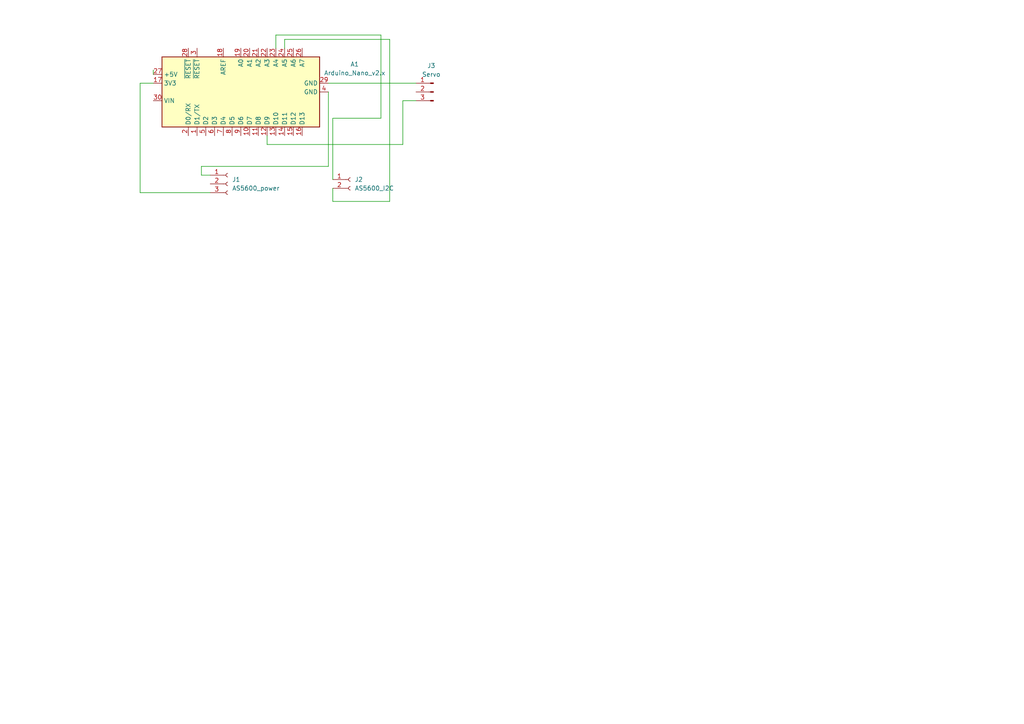
<source format=kicad_sch>
(kicad_sch (version 20231120) (generator "eeschema") (generator_version "8.0")
  (paper "A4")
  (lib_symbols
    (symbol "Connector:Conn_01x02_Socket" (pin_names (offset 1.016) hide)
      (property "Reference" "J" (at 0 2.54 0))
      (property "Value" "Conn_01x02_Socket" (at 0 -5.08 0))
      (symbol "Conn_01x02_Socket_1_1"
        (arc (start 0 -2.032) (mid -0.5058 -2.54) (end 0 -3.048) (stroke (width 0.1524)))
        (polyline (pts (xy -1.27 -2.54) (xy -0.508 -2.54)) (stroke (width 0.1524)))
        (polyline (pts (xy -1.27 0) (xy -0.508 0)) (stroke (width 0.1524)))
        (arc (start 0 0.508) (mid -0.5058 0) (end 0 -0.508) (stroke (width 0.1524)))
        (pin passive line (at -5.08 0 0) (length 3.81) (name "Pin_1") (number "1"))
        (pin passive line (at -5.08 -2.54 0) (length 3.81) (name "Pin_2") (number "2"))
      )
    )
    (symbol "Connector:Conn_01x03_Pin" (pin_names (offset 1.016) hide)
      (property "Reference" "J" (at 0 5.08 0))
      (property "Value" "Conn_01x03_Pin" (at 0 -5.08 0))
      (symbol "Conn_01x03_Pin_1_1"
        (polyline (pts (xy 1.27 -2.54) (xy 0.8636 -2.54)) (stroke (width 0.1524)))
        (polyline (pts (xy 1.27 0) (xy 0.8636 0)) (stroke (width 0.1524)))
        (polyline (pts (xy 1.27 2.54) (xy 0.8636 2.54)) (stroke (width 0.1524)))
        (rectangle (start 0.8636 -2.413) (end 0 -2.667) (stroke (width 0.1524)) (fill (type outline)))
        (rectangle (start 0.8636 0.127) (end 0 -0.127) (stroke (width 0.1524)) (fill (type outline)))
        (rectangle (start 0.8636 2.667) (end 0 2.413) (stroke (width 0.1524)) (fill (type outline)))
        (pin passive line (at 5.08 2.54 180) (length 3.81) (name "Pin_1") (number "1"))
        (pin passive line (at 5.08 0 180) (length 3.81) (name "Pin_2") (number "2"))
        (pin passive line (at 5.08 -2.54 180) (length 3.81) (name "Pin_3") (number "3"))
      )
    )
    (symbol "Connector:Conn_01x03_Socket" (pin_names (offset 1.016) hide)
      (property "Reference" "J" (at 0 5.08 0))
      (property "Value" "Conn_01x03_Socket" (at 0 -5.08 0))
      (symbol "Conn_01x03_Socket_1_1"
        (arc (start 0 -2.032) (mid -0.5058 -2.54) (end 0 -3.048) (stroke (width 0.1524)))
        (polyline (pts (xy -1.27 -2.54) (xy -0.508 -2.54)) (stroke (width 0.1524)))
        (polyline (pts (xy -1.27 0) (xy -0.508 0)) (stroke (width 0.1524)))
        (polyline (pts (xy -1.27 2.54) (xy -0.508 2.54)) (stroke (width 0.1524)))
        (arc (start 0 0.508) (mid -0.5058 0) (end 0 -0.508) (stroke (width 0.1524)))
        (arc (start 0 3.048) (mid -0.5058 2.54) (end 0 2.032) (stroke (width 0.1524)))
        (pin passive line (at -5.08 2.54 0) (length 3.81) (name "Pin_1") (number "1"))
        (pin passive line (at -5.08 0 0) (length 3.81) (name "Pin_2") (number "2"))
        (pin passive line (at -5.08 -2.54 0) (length 3.81) (name "Pin_3") (number "3"))
      )
    )
    (symbol "MCU_Module:Arduino_Nano_v2.x"
      (property "Reference" "A" (at -10.16 23.495 0))
      (property "Value" "Arduino_Nano_v2.x" (at 5.08 -24.13 0))
      (symbol "Arduino_Nano_v2.x_0_1"
        (rectangle (start -10.16 22.86) (end 10.16 -22.86) (stroke (width 0.254)) (fill (type background)))
      )
      (symbol "Arduino_Nano_v2.x_1_1"
        (pin bidirectional line (at -12.7 12.7 0) (length 2.54) (name "D1/TX") (number "1"))
        (pin bidirectional line (at -12.7 -2.54 0) (length 2.54) (name "D7") (number "10"))
        (pin bidirectional line (at -12.7 -5.08 0) (length 2.54) (name "D8") (number "11"))
        (pin bidirectional line (at -12.7 -7.62 0) (length 2.54) (name "D9") (number "12"))
        (pin bidirectional line (at -12.7 -10.16 0) (length 2.54) (name "D10") (number "13"))
        (pin bidirectional line (at -12.7 -12.7 0) (length 2.54) (name "D11") (number "14"))
        (pin bidirectional line (at -12.7 -15.24 0) (length 2.54) (name "D12") (number "15"))
        (pin bidirectional line (at -12.7 -17.78 0) (length 2.54) (name "D13") (number "16"))
        (pin power_out line (at 2.54 25.4 270) (length 2.54) (name "3V3") (number "17"))
        (pin input line (at 12.7 5.08 180) (length 2.54) (name "AREF") (number "18"))
        (pin bidirectional line (at 12.7 0 180) (length 2.54) (name "A0") (number "19"))
        (pin bidirectional line (at -12.7 15.24 0) (length 2.54) (name "D0/RX") (number "2"))
        (pin bidirectional line (at 12.7 -2.54 180) (length 2.54) (name "A1") (number "20"))
        (pin bidirectional line (at 12.7 -5.08 180) (length 2.54) (name "A2") (number "21"))
        (pin bidirectional line (at 12.7 -7.62 180) (length 2.54) (name "A3") (number "22"))
        (pin bidirectional line (at 12.7 -10.16 180) (length 2.54) (name "A4") (number "23"))
        (pin bidirectional line (at 12.7 -12.7 180) (length 2.54) (name "A5") (number "24"))
        (pin bidirectional line (at 12.7 -15.24 180) (length 2.54) (name "A6") (number "25"))
        (pin bidirectional line (at 12.7 -17.78 180) (length 2.54) (name "A7") (number "26"))
        (pin power_out line (at 5.08 25.4 270) (length 2.54) (name "+5V") (number "27"))
        (pin input line (at 12.7 15.24 180) (length 2.54) (name "~{RESET}") (number "28"))
        (pin power_in line (at 2.54 -25.4 90) (length 2.54) (name "GND") (number "29"))
        (pin input line (at 12.7 12.7 180) (length 2.54) (name "~{RESET}") (number "3"))
        (pin power_in line (at -2.54 25.4 270) (length 2.54) (name "VIN") (number "30"))
        (pin power_in line (at 0 -25.4 90) (length 2.54) (name "GND") (number "4"))
        (pin bidirectional line (at -12.7 10.16 0) (length 2.54) (name "D2") (number "5"))
        (pin bidirectional line (at -12.7 7.62 0) (length 2.54) (name "D3") (number "6"))
        (pin bidirectional line (at -12.7 5.08 0) (length 2.54) (name "D4") (number "7"))
        (pin bidirectional line (at -12.7 2.54 0) (length 2.54) (name "D5") (number "8"))
        (pin bidirectional line (at -12.7 0 0) (length 2.54) (name "D6") (number "9"))
      )
    )
  )
  (wire (pts (xy 40.64 55.88) (xy 60.96 55.88)))
  (wire (pts (xy 58.42 50.8) (xy 60.96 50.8)))
  (wire (pts (xy 95.25 26.67) (xy 95.25 48.26)))
  (wire (pts (xy 95.25 24.13) (xy 120.65 24.13)))
  (wire (pts (xy 77.47 41.91) (xy 116.84 41.91)))
  (wire (pts (xy 44.45 24.13) (xy 40.64 24.13)))
  (wire (pts (xy 95.25 48.26) (xy 58.42 48.26)))
  (wire (pts (xy 110.49 34.29) (xy 110.49 10.16)))
  (wire (pts (xy 82.55 11.43) (xy 82.55 13.97)))
  (wire (pts (xy 110.49 10.16) (xy 80.01 10.16)))
  (wire (pts (xy 44.45 21.59) (xy 44.45 20.32)))
  (wire (pts (xy 116.84 41.91) (xy 116.84 29.21)))
  (wire (pts (xy 113.03 11.43) (xy 82.55 11.43)))
  (wire (pts (xy 96.52 34.29) (xy 110.49 34.29)))
  (wire (pts (xy 58.42 48.26) (xy 58.42 50.8)))
  (wire (pts (xy 80.01 10.16) (xy 80.01 13.97)))
  (wire (pts (xy 116.84 29.21) (xy 120.65 29.21)))
  (wire (pts (xy 113.03 58.42) (xy 113.03 11.43)))
  (wire (pts (xy 96.52 58.42) (xy 113.03 58.42)))
  (wire (pts (xy 96.52 54.61) (xy 96.52 58.42)))
  (wire (pts (xy 96.52 52.07) (xy 96.52 34.29)))
  (wire (pts (xy 77.47 39.37) (xy 77.47 41.91)))
  (wire (pts (xy 40.64 24.13) (xy 40.64 55.88)))
  (symbol (lib_id "Connector:Conn_01x03_Pin") (at 125.73 26.67 0) (mirror y) (unit 1)
    (property "Reference" "J3" (at 125.095 19.05 0))
    (property "Value" "Servo" (at 125.095 21.59 0))
    (property "Footprint" "Connector_PinHeader_2.54mm:PinHeader_1x03_P2.54mm_Vertical" (effects (hide yes)))
    (property "Description" "Generic connector, single row, 01x03, script generated" (effects (hide yes)))
  )
  (symbol (lib_id "Connector:Conn_01x03_Socket") (at 66.04 53.34 0) (unit 1)
    (property "Reference" "J1" (at 67.31 52.0699 0) (effects (justify left)))
    (property "Value" "AS5600_power" (at 67.31 54.6099 0) (effects (justify left)))
    (property "Footprint" "Connector_PinSocket_2.54mm:PinSocket_1x03_P2.54mm_Vertical" (effects (hide yes)))
    (property "Description" "Generic connector, single row, 01x03, script generated" (effects (hide yes)))
  )
  (symbol (lib_id "Connector:Conn_01x02_Socket") (at 101.6 52.07 0) (unit 1)
    (property "Reference" "J2" (at 102.87 52.0699 0) (effects (justify left)))
    (property "Value" "AS5600_I2C" (at 102.87 54.6099 0) (effects (justify left)))
    (property "Footprint" "Connector_PinSocket_2.54mm:PinSocket_1x02_P2.54mm_Vertical" (effects (hide yes)))
    (property "Description" "Generic connector, single row, 01x02, script generated" (effects (hide yes)))
  )
  (symbol (lib_id "MCU_Module:Arduino_Nano_v2.x") (at 69.85 26.67 90) (unit 1)
    (property "Reference" "A1" (at 102.87 18.6338 90))
    (property "Value" "Arduino_Nano_v2.x" (at 102.87 21.1738 90))
    (property "Footprint" "Module:Arduino_Nano" (effects (hide yes)))
    (property "Datasheet" "https://www.arduino.cc/en/uploads/Main/ArduinoNanoManual23.pdf" (effects (hide yes)))
    (property "Description" "Arduino Nano v2.x" (effects (hide yes)))
  )
)
</source>
